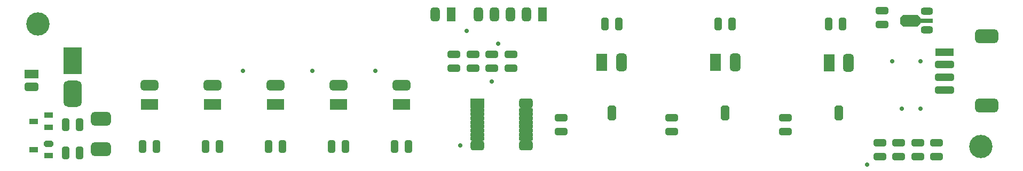
<source format=gts>
G04*
G04 #@! TF.GenerationSoftware,Altium Limited,Altium Designer,20.0.9 (164)*
G04*
G04 Layer_Color=8388736*
%FSLAX25Y25*%
%MOIN*%
G70*
G01*
G75*
G04:AMPARAMS|DCode=38|XSize=112.33mil|YSize=165.48mil|CornerRadius=30.08mil|HoleSize=0mil|Usage=FLASHONLY|Rotation=0.000|XOffset=0mil|YOffset=0mil|HoleType=Round|Shape=RoundedRectangle|*
%AMROUNDEDRECTD38*
21,1,0.11233,0.10532,0,0,0.0*
21,1,0.05217,0.16548,0,0,0.0*
1,1,0.06017,0.02608,-0.05266*
1,1,0.06017,-0.02608,-0.05266*
1,1,0.06017,-0.02608,0.05266*
1,1,0.06017,0.02608,0.05266*
%
%ADD38ROUNDEDRECTD38*%
%ADD39R,0.11233X0.16548*%
%ADD40R,0.11824X0.04737*%
G04:AMPARAMS|DCode=41|XSize=118.24mil|YSize=47.37mil|CornerRadius=13.84mil|HoleSize=0mil|Usage=FLASHONLY|Rotation=180.000|XOffset=0mil|YOffset=0mil|HoleType=Round|Shape=RoundedRectangle|*
%AMROUNDEDRECTD41*
21,1,0.11824,0.01968,0,0,180.0*
21,1,0.09055,0.04737,0,0,180.0*
1,1,0.02769,-0.04528,0.00984*
1,1,0.02769,0.04528,0.00984*
1,1,0.02769,0.04528,-0.00984*
1,1,0.02769,-0.04528,-0.00984*
%
%ADD41ROUNDEDRECTD41*%
G04:AMPARAMS|DCode=42|XSize=145.8mil|YSize=86.74mil|CornerRadius=23.68mil|HoleSize=0mil|Usage=FLASHONLY|Rotation=180.000|XOffset=0mil|YOffset=0mil|HoleType=Round|Shape=RoundedRectangle|*
%AMROUNDEDRECTD42*
21,1,0.14580,0.03937,0,0,180.0*
21,1,0.09843,0.08674,0,0,180.0*
1,1,0.04737,-0.04921,0.01968*
1,1,0.04737,0.04921,0.01968*
1,1,0.04737,0.04921,-0.01968*
1,1,0.04737,-0.04921,-0.01968*
%
%ADD42ROUNDEDRECTD42*%
%ADD43R,0.05721X0.03753*%
G04:AMPARAMS|DCode=44|XSize=62.99mil|YSize=88.58mil|CornerRadius=19.68mil|HoleSize=0mil|Usage=FLASHONLY|Rotation=90.000|XOffset=0mil|YOffset=0mil|HoleType=Round|Shape=RoundedRectangle|*
%AMROUNDEDRECTD44*
21,1,0.06299,0.04921,0,0,90.0*
21,1,0.02362,0.08858,0,0,90.0*
1,1,0.03937,0.02461,0.01181*
1,1,0.03937,0.02461,-0.01181*
1,1,0.03937,-0.02461,-0.01181*
1,1,0.03937,-0.02461,0.01181*
%
%ADD44ROUNDEDRECTD44*%
G04:AMPARAMS|DCode=45|XSize=31.3mil|YSize=88.58mil|CornerRadius=11.76mil|HoleSize=0mil|Usage=FLASHONLY|Rotation=90.000|XOffset=0mil|YOffset=0mil|HoleType=Round|Shape=RoundedRectangle|*
%AMROUNDEDRECTD45*
21,1,0.03130,0.06506,0,0,90.0*
21,1,0.00778,0.08858,0,0,90.0*
1,1,0.02352,0.03253,0.00389*
1,1,0.02352,0.03253,-0.00389*
1,1,0.02352,-0.03253,-0.00389*
1,1,0.02352,-0.03253,0.00389*
%
%ADD45ROUNDEDRECTD45*%
%ADD46R,0.08858X0.06299*%
G04:AMPARAMS|DCode=47|XSize=37.53mil|YSize=57.21mil|CornerRadius=0mil|HoleSize=0mil|Usage=FLASHONLY|Rotation=270.000|XOffset=0mil|YOffset=0mil|HoleType=Round|Shape=Octagon|*
%AMOCTAGOND47*
4,1,8,0.02861,0.00938,0.02861,-0.00938,0.01922,-0.01876,-0.01922,-0.01876,-0.02861,-0.00938,-0.02861,0.00938,-0.01922,0.01876,0.01922,0.01876,0.02861,0.00938,0.0*
%
%ADD47OCTAGOND47*%

%ADD48R,0.06706X0.11036*%
G04:AMPARAMS|DCode=49|XSize=67.06mil|YSize=110.36mil|CornerRadius=18.76mil|HoleSize=0mil|Usage=FLASHONLY|Rotation=0.000|XOffset=0mil|YOffset=0mil|HoleType=Round|Shape=RoundedRectangle|*
%AMROUNDEDRECTD49*
21,1,0.06706,0.07284,0,0,0.0*
21,1,0.02953,0.11036,0,0,0.0*
1,1,0.03753,0.01476,-0.03642*
1,1,0.03753,-0.01476,-0.03642*
1,1,0.03753,-0.01476,0.03642*
1,1,0.03753,0.01476,0.03642*
%
%ADD49ROUNDEDRECTD49*%
%ADD50R,0.11036X0.06706*%
G04:AMPARAMS|DCode=51|XSize=67.06mil|YSize=110.36mil|CornerRadius=18.76mil|HoleSize=0mil|Usage=FLASHONLY|Rotation=90.000|XOffset=0mil|YOffset=0mil|HoleType=Round|Shape=RoundedRectangle|*
%AMROUNDEDRECTD51*
21,1,0.06706,0.07284,0,0,90.0*
21,1,0.02953,0.11036,0,0,90.0*
1,1,0.03753,0.03642,0.01476*
1,1,0.03753,0.03642,-0.01476*
1,1,0.03753,-0.03642,-0.01476*
1,1,0.03753,-0.03642,0.01476*
%
%ADD51ROUNDEDRECTD51*%
G04:AMPARAMS|DCode=52|XSize=78.87mil|YSize=47.37mil|CornerRadius=13.84mil|HoleSize=0mil|Usage=FLASHONLY|Rotation=90.000|XOffset=0mil|YOffset=0mil|HoleType=Round|Shape=RoundedRectangle|*
%AMROUNDEDRECTD52*
21,1,0.07887,0.01968,0,0,90.0*
21,1,0.05118,0.04737,0,0,90.0*
1,1,0.02769,0.00984,0.02559*
1,1,0.02769,0.00984,-0.02559*
1,1,0.02769,-0.00984,-0.02559*
1,1,0.02769,-0.00984,0.02559*
%
%ADD52ROUNDEDRECTD52*%
G04:AMPARAMS|DCode=53|XSize=78.87mil|YSize=47.37mil|CornerRadius=13.84mil|HoleSize=0mil|Usage=FLASHONLY|Rotation=180.000|XOffset=0mil|YOffset=0mil|HoleType=Round|Shape=RoundedRectangle|*
%AMROUNDEDRECTD53*
21,1,0.07887,0.01968,0,0,180.0*
21,1,0.05118,0.04737,0,0,180.0*
1,1,0.02769,-0.02559,0.00984*
1,1,0.02769,0.02559,0.00984*
1,1,0.02769,0.02559,-0.00984*
1,1,0.02769,-0.02559,-0.00984*
%
%ADD53ROUNDEDRECTD53*%
G04:AMPARAMS|DCode=54|XSize=43.43mil|YSize=72.96mil|CornerRadius=12.86mil|HoleSize=0mil|Usage=FLASHONLY|Rotation=270.000|XOffset=0mil|YOffset=0mil|HoleType=Round|Shape=RoundedRectangle|*
%AMROUNDEDRECTD54*
21,1,0.04343,0.04724,0,0,270.0*
21,1,0.01772,0.07296,0,0,270.0*
1,1,0.02572,-0.02362,-0.00886*
1,1,0.02572,-0.02362,0.00886*
1,1,0.02572,0.02362,0.00886*
1,1,0.02572,0.02362,-0.00886*
%
%ADD54ROUNDEDRECTD54*%
%ADD55R,0.08674X0.03162*%
G04:AMPARAMS|DCode=56|XSize=74.93mil|YSize=126.11mil|CornerRadius=0mil|HoleSize=0mil|Usage=FLASHONLY|Rotation=270.000|XOffset=0mil|YOffset=0mil|HoleType=Round|Shape=Octagon|*
%AMOCTAGOND56*
4,1,8,0.06306,0.01873,0.06306,-0.01873,0.04432,-0.03747,-0.04432,-0.03747,-0.06306,-0.01873,-0.06306,0.01873,-0.04432,0.03747,0.04432,0.03747,0.06306,0.01873,0.0*
%
%ADD56OCTAGOND56*%

G04:AMPARAMS|DCode=57|XSize=126.11mil|YSize=86.74mil|CornerRadius=23.68mil|HoleSize=0mil|Usage=FLASHONLY|Rotation=180.000|XOffset=0mil|YOffset=0mil|HoleType=Round|Shape=RoundedRectangle|*
%AMROUNDEDRECTD57*
21,1,0.12611,0.03937,0,0,180.0*
21,1,0.07874,0.08674,0,0,180.0*
1,1,0.04737,-0.03937,0.01968*
1,1,0.04737,0.03937,0.01968*
1,1,0.04737,0.03937,-0.01968*
1,1,0.04737,-0.03937,-0.01968*
%
%ADD57ROUNDEDRECTD57*%
G04:AMPARAMS|DCode=58|XSize=55.24mil|YSize=94.61mil|CornerRadius=0mil|HoleSize=0mil|Usage=FLASHONLY|Rotation=0.000|XOffset=0mil|YOffset=0mil|HoleType=Round|Shape=Octagon|*
%AMOCTAGOND58*
4,1,8,-0.01381,0.04731,0.01381,0.04731,0.02762,0.03350,0.02762,-0.03350,0.01381,-0.04731,-0.01381,-0.04731,-0.02762,-0.03350,-0.02762,0.03350,-0.01381,0.04731,0.0*
%
%ADD58OCTAGOND58*%

%ADD59R,0.08674X0.05524*%
G04:AMPARAMS|DCode=60|XSize=55.24mil|YSize=86.74mil|CornerRadius=15.81mil|HoleSize=0mil|Usage=FLASHONLY|Rotation=90.000|XOffset=0mil|YOffset=0mil|HoleType=Round|Shape=RoundedRectangle|*
%AMROUNDEDRECTD60*
21,1,0.05524,0.05512,0,0,90.0*
21,1,0.02362,0.08674,0,0,90.0*
1,1,0.03162,0.02756,0.01181*
1,1,0.03162,0.02756,-0.01181*
1,1,0.03162,-0.02756,-0.01181*
1,1,0.03162,-0.02756,0.01181*
%
%ADD60ROUNDEDRECTD60*%
%ADD61R,0.05721X0.08674*%
G04:AMPARAMS|DCode=62|XSize=57.21mil|YSize=86.74mil|CornerRadius=16.3mil|HoleSize=0mil|Usage=FLASHONLY|Rotation=0.000|XOffset=0mil|YOffset=0mil|HoleType=Round|Shape=RoundedRectangle|*
%AMROUNDEDRECTD62*
21,1,0.05721,0.05413,0,0,0.0*
21,1,0.02461,0.08674,0,0,0.0*
1,1,0.03261,0.01230,-0.02707*
1,1,0.03261,-0.01230,-0.02707*
1,1,0.03261,-0.01230,0.02707*
1,1,0.03261,0.01230,0.02707*
%
%ADD62ROUNDEDRECTD62*%
%ADD63C,0.14580*%
%ADD64C,0.02769*%
D38*
X47244Y58465D02*
D03*
D39*
Y79331D02*
D03*
D40*
X591535Y84646D02*
D03*
D41*
Y76772D02*
D03*
Y68898D02*
D03*
Y61024D02*
D03*
D42*
X617913Y51181D02*
D03*
Y94488D02*
D03*
D43*
X32283Y37598D02*
D03*
Y45078D02*
D03*
X22834Y41338D02*
D03*
Y23622D02*
D03*
X32283Y19882D02*
D03*
D44*
X330118Y26260D02*
D03*
Y52480D02*
D03*
X299803Y26260D02*
D03*
D45*
X330118Y30413D02*
D03*
Y32972D02*
D03*
Y35531D02*
D03*
Y38091D02*
D03*
Y40650D02*
D03*
Y43209D02*
D03*
Y45768D02*
D03*
Y48327D02*
D03*
X299803Y30413D02*
D03*
Y32972D02*
D03*
Y35531D02*
D03*
Y38091D02*
D03*
Y40650D02*
D03*
Y43209D02*
D03*
Y45768D02*
D03*
Y48327D02*
D03*
D46*
Y52480D02*
D03*
D47*
X32283Y27362D02*
D03*
D48*
X377756Y78347D02*
D03*
X448622D02*
D03*
X519488Y78000D02*
D03*
D49*
X389961Y78347D02*
D03*
X460826D02*
D03*
X531693Y78000D02*
D03*
D50*
X252756Y51772D02*
D03*
X213386D02*
D03*
X174016D02*
D03*
X134646D02*
D03*
X95276D02*
D03*
D51*
X252756Y63976D02*
D03*
X213386D02*
D03*
X174016D02*
D03*
X134646D02*
D03*
X95276D02*
D03*
D52*
X388189Y102362D02*
D03*
X379528D02*
D03*
X459055D02*
D03*
X450394D02*
D03*
X527953D02*
D03*
X519291D02*
D03*
X248425Y25591D02*
D03*
X257087D02*
D03*
X209055D02*
D03*
X217717D02*
D03*
X169685D02*
D03*
X178347D02*
D03*
X130315D02*
D03*
X138976D02*
D03*
X90945D02*
D03*
X99606D02*
D03*
X51575Y21654D02*
D03*
X42913D02*
D03*
Y39370D02*
D03*
X51575D02*
D03*
D53*
X562992Y27953D02*
D03*
Y19291D02*
D03*
X551181D02*
D03*
Y27953D02*
D03*
X352362Y35039D02*
D03*
Y43701D02*
D03*
X421260Y35039D02*
D03*
Y43701D02*
D03*
X492126Y35039D02*
D03*
Y43701D02*
D03*
X285433Y83071D02*
D03*
Y74410D02*
D03*
X297244Y83071D02*
D03*
Y74410D02*
D03*
X309055Y83071D02*
D03*
Y74410D02*
D03*
X552681Y101969D02*
D03*
Y110630D02*
D03*
X320866Y83071D02*
D03*
Y74410D02*
D03*
X574803Y27953D02*
D03*
Y19291D02*
D03*
X586614D02*
D03*
Y27953D02*
D03*
D54*
X580614Y110236D02*
D03*
Y98425D02*
D03*
D55*
X579827Y104331D02*
D03*
D56*
X570289Y104331D02*
D03*
D57*
X64961Y23917D02*
D03*
Y43012D02*
D03*
D58*
X383859Y46457D02*
D03*
X454725D02*
D03*
X525591D02*
D03*
D59*
X21654Y70866D02*
D03*
D60*
Y62992D02*
D03*
D61*
X340551Y108268D02*
D03*
X283465D02*
D03*
D62*
X320551D02*
D03*
X300551D02*
D03*
X310551D02*
D03*
X330551D02*
D03*
X273465D02*
D03*
D63*
X614173Y25591D02*
D03*
X25591Y102362D02*
D03*
D64*
X293307Y97835D02*
D03*
X312992Y89764D02*
D03*
X543350Y14150D02*
D03*
X289370Y26260D02*
D03*
X564992Y49213D02*
D03*
X576772Y78740D02*
D03*
X559055D02*
D03*
X576772Y49213D02*
D03*
X236221Y72835D02*
D03*
X309055Y66142D02*
D03*
X153543Y72835D02*
D03*
X196850D02*
D03*
M02*

</source>
